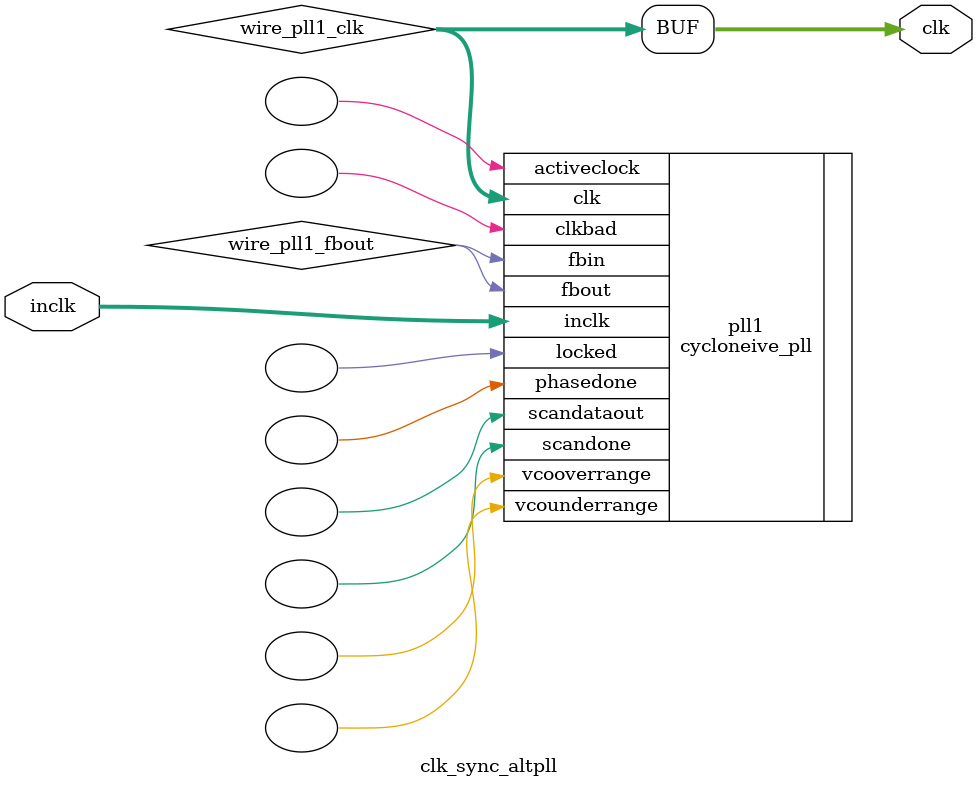
<source format=v>






//synthesis_resources = cycloneive_pll 1 
//synopsys translate_off
`timescale 1 ps / 1 ps
//synopsys translate_on
module  clk_sync_altpll
	( 
	clk,
	inclk) /* synthesis synthesis_clearbox=1 */;
	output   [4:0]  clk;
	input   [1:0]  inclk;
`ifndef ALTERA_RESERVED_QIS
// synopsys translate_off
`endif
	tri0   [1:0]  inclk;
`ifndef ALTERA_RESERVED_QIS
// synopsys translate_on
`endif

	wire  [4:0]   wire_pll1_clk;
	wire  wire_pll1_fbout;

	cycloneive_pll   pll1
	( 
	.activeclock(),
	.clk(wire_pll1_clk),
	.clkbad(),
	.fbin(wire_pll1_fbout),
	.fbout(wire_pll1_fbout),
	.inclk(inclk),
	.locked(),
	.phasedone(),
	.scandataout(),
	.scandone(),
	.vcooverrange(),
	.vcounderrange()
	`ifndef FORMAL_VERIFICATION
	// synopsys translate_off
	`endif
	,
	.areset(1'b0),
	.clkswitch(1'b0),
	.configupdate(1'b0),
	.pfdena(1'b1),
	.phasecounterselect({3{1'b0}}),
	.phasestep(1'b0),
	.phaseupdown(1'b0),
	.scanclk(1'b0),
	.scanclkena(1'b1),
	.scandata(1'b0)
	`ifndef FORMAL_VERIFICATION
	// synopsys translate_on
	`endif
	);
	defparam
		pll1.bandwidth_type = "auto",
		pll1.clk0_divide_by = 32,
		pll1.clk0_duty_cycle = 50,
		pll1.clk0_multiply_by = 1,
		pll1.clk0_phase_shift = "0",
		pll1.clk1_divide_by = 32,
		pll1.clk1_duty_cycle = 50,
		pll1.clk1_multiply_by = 1,
		pll1.clk1_phase_shift = "0",
		pll1.clk2_divide_by = 32,
		pll1.clk2_duty_cycle = 50,
		pll1.clk2_multiply_by = 1,
		pll1.clk2_phase_shift = "0",
		pll1.compensate_clock = "clk0",
		pll1.inclk0_input_frequency = 20000,
		pll1.operation_mode = "source_synchronous",
		pll1.pll_type = "auto",
		pll1.lpm_type = "cycloneive_pll";
	assign
		clk = {wire_pll1_clk[4:0]};
endmodule //clk_sync_altpll
//VALID FILE

</source>
